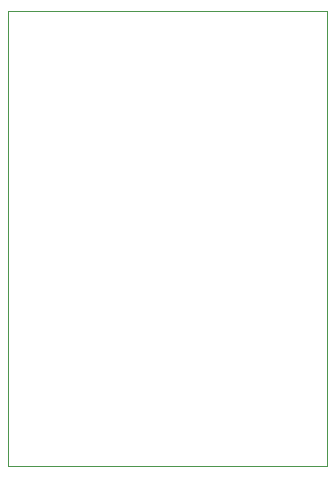
<source format=gko>
G04*
G04 #@! TF.GenerationSoftware,Altium Limited,Altium Designer,23.2.1 (34)*
G04*
G04 Layer_Color=16711935*
%FSLAX25Y25*%
%MOIN*%
G70*
G04*
G04 #@! TF.SameCoordinates,9329C3C2-16CE-4A0C-8BE9-04AE65E2FBF7*
G04*
G04*
G04 #@! TF.FilePolarity,Positive*
G04*
G01*
G75*
%ADD73C,0.00000*%
D73*
X53150Y-88583D02*
Y62992D01*
X-53150Y-88583D02*
Y62992D01*
Y-88583D02*
X53150D01*
X-53150Y62992D02*
X53150D01*
M02*

</source>
